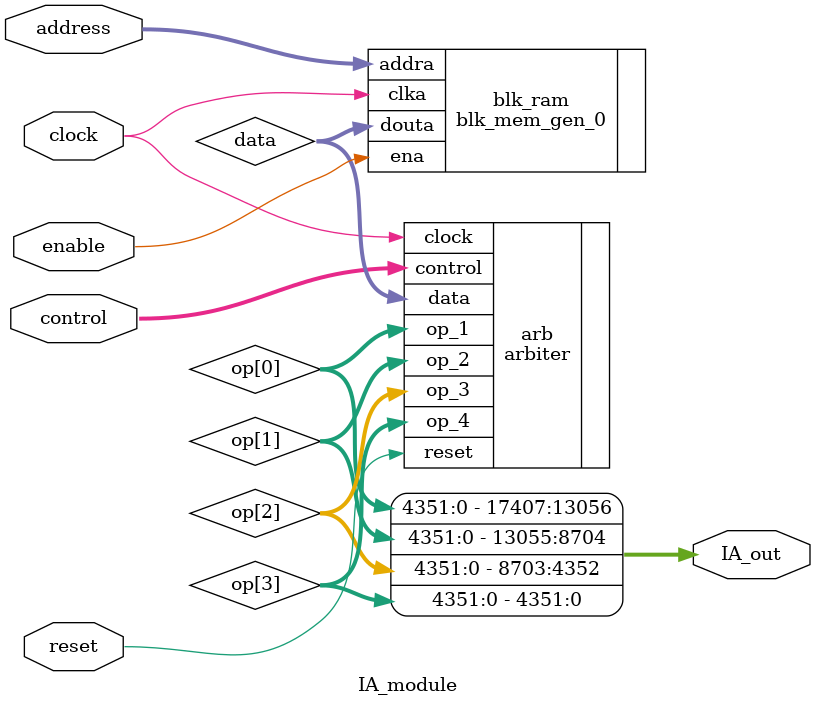
<source format=v>
module IA_module #(
                        parameter data_width = 4352*4,                        
                        arbiter_op_width = 4352,
                        address_width = 5
                        )
                       (
                        // general signals
                        input reset,
                        input clock,
                        
                        // BRAM signals                        
                        input enable,
                        input [address_width-1:0]address,                        
                        output [data_width-1:0]IA_out,
                        
                        // Arbiter signals
                        input [2:0]control
                    );
    wire [arbiter_op_width-1:0]op[3:0];
    wire [arbiter_op_width-1:0]data; 
    wire [data_width-1:0]input_act;    
                                     
                                         
    assign IA_out = {op[0],op[1],op[2],op[3]};
    
    blk_mem_gen_0 blk_ram(
                          .clka(clock),
                          .addra(address),
                          .douta(data),
                          .ena(enable)
                          );
    
    arbiter arb(
                .reset(reset),
                .clock(clock),
                .data(data),
                .control(control),
                .op_1(op[0]),
                .op_2(op[1]),
                .op_3(op[2]),
                .op_4(op[3])
                );                                                                
endmodule

</source>
